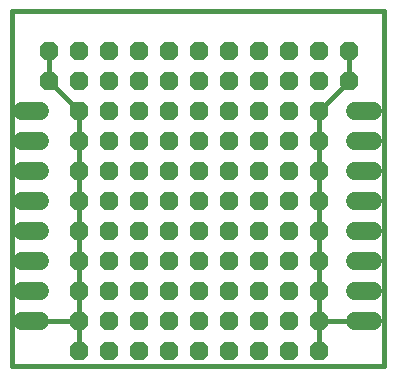
<source format=gtl>
G75*
%MOIN*%
%OFA0B0*%
%FSLAX25Y25*%
%IPPOS*%
%LPD*%
%AMOC8*
5,1,8,0,0,1.08239X$1,22.5*
%
%ADD10C,0.01600*%
%ADD11C,0.06000*%
%ADD12OC8,0.06300*%
D10*
X0008250Y0001800D02*
X0008250Y0119910D01*
X0132266Y0119910D01*
X0132266Y0001800D01*
X0008250Y0001800D01*
X0014500Y0016800D02*
X0030750Y0016800D01*
X0030750Y0006800D01*
X0030750Y0016800D02*
X0030750Y0026800D01*
X0030750Y0036800D01*
X0030750Y0046800D01*
X0030750Y0056800D01*
X0030750Y0066800D01*
X0030750Y0076800D01*
X0030750Y0086800D01*
X0020750Y0096800D01*
X0020750Y0106800D01*
X0110750Y0086800D02*
X0110750Y0076800D01*
X0110750Y0066800D01*
X0110750Y0056800D01*
X0110750Y0046800D01*
X0110750Y0036800D01*
X0110750Y0026800D01*
X0110750Y0016800D01*
X0125750Y0016800D01*
X0110750Y0016800D02*
X0110750Y0006800D01*
X0110750Y0086800D02*
X0120750Y0096800D01*
X0120750Y0106800D01*
D11*
X0122750Y0086800D02*
X0128750Y0086800D01*
X0128750Y0076800D02*
X0122750Y0076800D01*
X0122750Y0066800D02*
X0128750Y0066800D01*
X0128750Y0056800D02*
X0122750Y0056800D01*
X0122750Y0046800D02*
X0128750Y0046800D01*
X0128750Y0036800D02*
X0122750Y0036800D01*
X0122750Y0026800D02*
X0128750Y0026800D01*
X0128750Y0016800D02*
X0122750Y0016800D01*
X0017500Y0016800D02*
X0011500Y0016800D01*
X0011500Y0026800D02*
X0017500Y0026800D01*
X0017500Y0036800D02*
X0011500Y0036800D01*
X0011500Y0046800D02*
X0017500Y0046800D01*
X0017500Y0056800D02*
X0011500Y0056800D01*
X0011500Y0066800D02*
X0017500Y0066800D01*
X0017500Y0076800D02*
X0011500Y0076800D01*
X0011500Y0086800D02*
X0017500Y0086800D01*
D12*
X0020750Y0096800D03*
X0030750Y0096800D03*
X0030750Y0086800D03*
X0030750Y0076800D03*
X0040750Y0076800D03*
X0050750Y0076800D03*
X0060750Y0076800D03*
X0070750Y0076800D03*
X0080750Y0076800D03*
X0090750Y0076800D03*
X0090750Y0086800D03*
X0080750Y0086800D03*
X0070750Y0086800D03*
X0060750Y0086800D03*
X0050750Y0086800D03*
X0040750Y0086800D03*
X0040750Y0096800D03*
X0050750Y0096800D03*
X0060750Y0096800D03*
X0070750Y0096800D03*
X0080750Y0096800D03*
X0090750Y0096800D03*
X0090750Y0106800D03*
X0080750Y0106800D03*
X0070750Y0106800D03*
X0060750Y0106800D03*
X0050750Y0106800D03*
X0040750Y0106800D03*
X0030750Y0106800D03*
X0020750Y0106800D03*
X0030750Y0066800D03*
X0030750Y0056800D03*
X0030750Y0046800D03*
X0030750Y0036800D03*
X0030750Y0026800D03*
X0040750Y0026800D03*
X0050750Y0026800D03*
X0060750Y0026800D03*
X0070750Y0026800D03*
X0080750Y0026800D03*
X0090750Y0026800D03*
X0090750Y0036800D03*
X0080750Y0036800D03*
X0070750Y0036800D03*
X0060750Y0036800D03*
X0050750Y0036800D03*
X0040750Y0036800D03*
X0040750Y0046800D03*
X0050750Y0046800D03*
X0060750Y0046800D03*
X0070750Y0046800D03*
X0080750Y0046800D03*
X0090750Y0046800D03*
X0090750Y0056800D03*
X0080750Y0056800D03*
X0070750Y0056800D03*
X0060750Y0056800D03*
X0050750Y0056800D03*
X0040750Y0056800D03*
X0040750Y0066800D03*
X0050750Y0066800D03*
X0060750Y0066800D03*
X0070750Y0066800D03*
X0080750Y0066800D03*
X0090750Y0066800D03*
X0100750Y0066800D03*
X0110750Y0066800D03*
X0110750Y0056800D03*
X0100750Y0056800D03*
X0100750Y0046800D03*
X0110750Y0046800D03*
X0110750Y0036800D03*
X0100750Y0036800D03*
X0100750Y0026800D03*
X0110750Y0026800D03*
X0110750Y0016800D03*
X0100750Y0016800D03*
X0100750Y0006800D03*
X0110750Y0006800D03*
X0090750Y0006800D03*
X0080750Y0006800D03*
X0070750Y0006800D03*
X0060750Y0006800D03*
X0050750Y0006800D03*
X0040750Y0006800D03*
X0040750Y0016800D03*
X0050750Y0016800D03*
X0060750Y0016800D03*
X0070750Y0016800D03*
X0080750Y0016800D03*
X0090750Y0016800D03*
X0030750Y0016800D03*
X0030750Y0006800D03*
X0100750Y0076800D03*
X0110750Y0076800D03*
X0110750Y0086800D03*
X0100750Y0086800D03*
X0100750Y0096800D03*
X0110750Y0096800D03*
X0120750Y0096800D03*
X0120750Y0106800D03*
X0110750Y0106800D03*
X0100750Y0106800D03*
M02*

</source>
